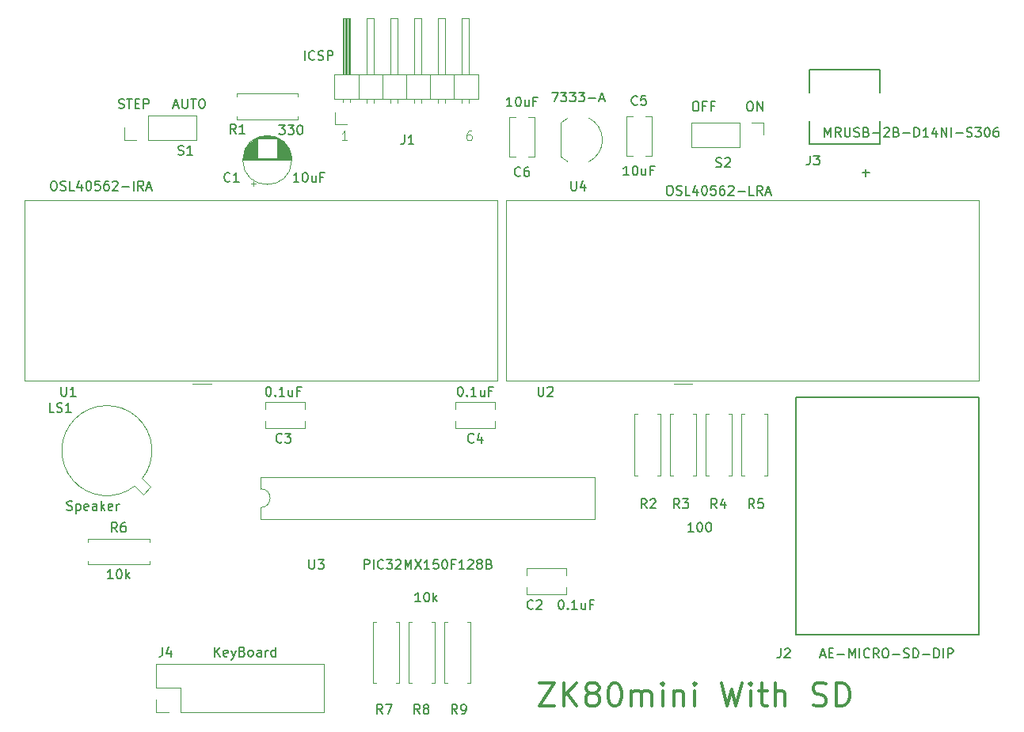
<source format=gto>
G04 #@! TF.GenerationSoftware,KiCad,Pcbnew,(5.1.9)-1*
G04 #@! TF.CreationDate,2022-05-03T11:16:20+09:00*
G04 #@! TF.ProjectId,ZK80,5a4b3830-2e6b-4696-9361-645f70636258,rev?*
G04 #@! TF.SameCoordinates,PX2625a00PY9896800*
G04 #@! TF.FileFunction,Legend,Top*
G04 #@! TF.FilePolarity,Positive*
%FSLAX46Y46*%
G04 Gerber Fmt 4.6, Leading zero omitted, Abs format (unit mm)*
G04 Created by KiCad (PCBNEW (5.1.9)-1) date 2022-05-03 11:16:20*
%MOMM*%
%LPD*%
G01*
G04 APERTURE LIST*
%ADD10C,0.100000*%
%ADD11C,0.300000*%
%ADD12C,0.120000*%
%ADD13C,0.150000*%
G04 APERTURE END LIST*
D10*
X46545476Y63412620D02*
X46355000Y63412620D01*
X46259761Y63365000D01*
X46212142Y63317381D01*
X46116904Y63174524D01*
X46069285Y62984048D01*
X46069285Y62603096D01*
X46116904Y62507858D01*
X46164523Y62460239D01*
X46259761Y62412620D01*
X46450238Y62412620D01*
X46545476Y62460239D01*
X46593095Y62507858D01*
X46640714Y62603096D01*
X46640714Y62841191D01*
X46593095Y62936429D01*
X46545476Y62984048D01*
X46450238Y63031667D01*
X46259761Y63031667D01*
X46164523Y62984048D01*
X46116904Y62936429D01*
X46069285Y62841191D01*
X33305714Y62412620D02*
X32734285Y62412620D01*
X33020000Y62412620D02*
X33020000Y63412620D01*
X32924761Y63269762D01*
X32829523Y63174524D01*
X32734285Y63126905D01*
D11*
X53818333Y4369048D02*
X55485000Y4369048D01*
X53818333Y1869048D01*
X55485000Y1869048D01*
X56437380Y1869048D02*
X56437380Y4369048D01*
X57865952Y1869048D02*
X56794523Y3297620D01*
X57865952Y4369048D02*
X56437380Y2940477D01*
X59294523Y3297620D02*
X59056428Y3416667D01*
X58937380Y3535715D01*
X58818333Y3773810D01*
X58818333Y3892858D01*
X58937380Y4130953D01*
X59056428Y4250000D01*
X59294523Y4369048D01*
X59770714Y4369048D01*
X60008809Y4250000D01*
X60127857Y4130953D01*
X60246904Y3892858D01*
X60246904Y3773810D01*
X60127857Y3535715D01*
X60008809Y3416667D01*
X59770714Y3297620D01*
X59294523Y3297620D01*
X59056428Y3178572D01*
X58937380Y3059524D01*
X58818333Y2821429D01*
X58818333Y2345239D01*
X58937380Y2107143D01*
X59056428Y1988096D01*
X59294523Y1869048D01*
X59770714Y1869048D01*
X60008809Y1988096D01*
X60127857Y2107143D01*
X60246904Y2345239D01*
X60246904Y2821429D01*
X60127857Y3059524D01*
X60008809Y3178572D01*
X59770714Y3297620D01*
X61794523Y4369048D02*
X62032619Y4369048D01*
X62270714Y4250000D01*
X62389761Y4130953D01*
X62508809Y3892858D01*
X62627857Y3416667D01*
X62627857Y2821429D01*
X62508809Y2345239D01*
X62389761Y2107143D01*
X62270714Y1988096D01*
X62032619Y1869048D01*
X61794523Y1869048D01*
X61556428Y1988096D01*
X61437380Y2107143D01*
X61318333Y2345239D01*
X61199285Y2821429D01*
X61199285Y3416667D01*
X61318333Y3892858D01*
X61437380Y4130953D01*
X61556428Y4250000D01*
X61794523Y4369048D01*
X63699285Y1869048D02*
X63699285Y3535715D01*
X63699285Y3297620D02*
X63818333Y3416667D01*
X64056428Y3535715D01*
X64413571Y3535715D01*
X64651666Y3416667D01*
X64770714Y3178572D01*
X64770714Y1869048D01*
X64770714Y3178572D02*
X64889761Y3416667D01*
X65127857Y3535715D01*
X65485000Y3535715D01*
X65723095Y3416667D01*
X65842142Y3178572D01*
X65842142Y1869048D01*
X67032619Y1869048D02*
X67032619Y3535715D01*
X67032619Y4369048D02*
X66913571Y4250000D01*
X67032619Y4130953D01*
X67151666Y4250000D01*
X67032619Y4369048D01*
X67032619Y4130953D01*
X68223095Y3535715D02*
X68223095Y1869048D01*
X68223095Y3297620D02*
X68342142Y3416667D01*
X68580238Y3535715D01*
X68937380Y3535715D01*
X69175476Y3416667D01*
X69294523Y3178572D01*
X69294523Y1869048D01*
X70485000Y1869048D02*
X70485000Y3535715D01*
X70485000Y4369048D02*
X70365952Y4250000D01*
X70485000Y4130953D01*
X70604047Y4250000D01*
X70485000Y4369048D01*
X70485000Y4130953D01*
X73342142Y4369048D02*
X73937380Y1869048D01*
X74413571Y3654762D01*
X74889761Y1869048D01*
X75485000Y4369048D01*
X76437380Y1869048D02*
X76437380Y3535715D01*
X76437380Y4369048D02*
X76318333Y4250000D01*
X76437380Y4130953D01*
X76556428Y4250000D01*
X76437380Y4369048D01*
X76437380Y4130953D01*
X77270714Y3535715D02*
X78223095Y3535715D01*
X77627857Y4369048D02*
X77627857Y2226191D01*
X77746904Y1988096D01*
X77985000Y1869048D01*
X78223095Y1869048D01*
X79056428Y1869048D02*
X79056428Y4369048D01*
X80127857Y1869048D02*
X80127857Y3178572D01*
X80008809Y3416667D01*
X79770714Y3535715D01*
X79413571Y3535715D01*
X79175476Y3416667D01*
X79056428Y3297620D01*
X83104047Y1988096D02*
X83461190Y1869048D01*
X84056428Y1869048D01*
X84294523Y1988096D01*
X84413571Y2107143D01*
X84532619Y2345239D01*
X84532619Y2583334D01*
X84413571Y2821429D01*
X84294523Y2940477D01*
X84056428Y3059524D01*
X83580238Y3178572D01*
X83342142Y3297620D01*
X83223095Y3416667D01*
X83104047Y3654762D01*
X83104047Y3892858D01*
X83223095Y4130953D01*
X83342142Y4250000D01*
X83580238Y4369048D01*
X84175476Y4369048D01*
X84532619Y4250000D01*
X85604047Y1869048D02*
X85604047Y4369048D01*
X86199285Y4369048D01*
X86556428Y4250000D01*
X86794523Y4011905D01*
X86913571Y3773810D01*
X87032619Y3297620D01*
X87032619Y2940477D01*
X86913571Y2464286D01*
X86794523Y2226191D01*
X86556428Y1988096D01*
X86199285Y1869048D01*
X85604047Y1869048D01*
D12*
X23040000Y57750225D02*
X23540000Y57750225D01*
X23290000Y57500225D02*
X23290000Y58000225D01*
X24481000Y62906000D02*
X25049000Y62906000D01*
X24247000Y62866000D02*
X25283000Y62866000D01*
X24088000Y62826000D02*
X25442000Y62826000D01*
X23960000Y62786000D02*
X25570000Y62786000D01*
X23850000Y62746000D02*
X25680000Y62746000D01*
X23754000Y62706000D02*
X25776000Y62706000D01*
X23667000Y62666000D02*
X25863000Y62666000D01*
X23587000Y62626000D02*
X25943000Y62626000D01*
X25805000Y62586000D02*
X26016000Y62586000D01*
X23514000Y62586000D02*
X23725000Y62586000D01*
X25805000Y62546000D02*
X26084000Y62546000D01*
X23446000Y62546000D02*
X23725000Y62546000D01*
X25805000Y62506000D02*
X26148000Y62506000D01*
X23382000Y62506000D02*
X23725000Y62506000D01*
X25805000Y62466000D02*
X26208000Y62466000D01*
X23322000Y62466000D02*
X23725000Y62466000D01*
X25805000Y62426000D02*
X26265000Y62426000D01*
X23265000Y62426000D02*
X23725000Y62426000D01*
X25805000Y62386000D02*
X26319000Y62386000D01*
X23211000Y62386000D02*
X23725000Y62386000D01*
X25805000Y62346000D02*
X26370000Y62346000D01*
X23160000Y62346000D02*
X23725000Y62346000D01*
X25805000Y62306000D02*
X26418000Y62306000D01*
X23112000Y62306000D02*
X23725000Y62306000D01*
X25805000Y62266000D02*
X26464000Y62266000D01*
X23066000Y62266000D02*
X23725000Y62266000D01*
X25805000Y62226000D02*
X26508000Y62226000D01*
X23022000Y62226000D02*
X23725000Y62226000D01*
X25805000Y62186000D02*
X26550000Y62186000D01*
X22980000Y62186000D02*
X23725000Y62186000D01*
X25805000Y62146000D02*
X26591000Y62146000D01*
X22939000Y62146000D02*
X23725000Y62146000D01*
X25805000Y62106000D02*
X26629000Y62106000D01*
X22901000Y62106000D02*
X23725000Y62106000D01*
X25805000Y62066000D02*
X26666000Y62066000D01*
X22864000Y62066000D02*
X23725000Y62066000D01*
X25805000Y62026000D02*
X26702000Y62026000D01*
X22828000Y62026000D02*
X23725000Y62026000D01*
X25805000Y61986000D02*
X26736000Y61986000D01*
X22794000Y61986000D02*
X23725000Y61986000D01*
X25805000Y61946000D02*
X26769000Y61946000D01*
X22761000Y61946000D02*
X23725000Y61946000D01*
X25805000Y61906000D02*
X26800000Y61906000D01*
X22730000Y61906000D02*
X23725000Y61906000D01*
X25805000Y61866000D02*
X26830000Y61866000D01*
X22700000Y61866000D02*
X23725000Y61866000D01*
X25805000Y61826000D02*
X26860000Y61826000D01*
X22670000Y61826000D02*
X23725000Y61826000D01*
X25805000Y61786000D02*
X26887000Y61786000D01*
X22643000Y61786000D02*
X23725000Y61786000D01*
X25805000Y61746000D02*
X26914000Y61746000D01*
X22616000Y61746000D02*
X23725000Y61746000D01*
X25805000Y61706000D02*
X26940000Y61706000D01*
X22590000Y61706000D02*
X23725000Y61706000D01*
X25805000Y61666000D02*
X26965000Y61666000D01*
X22565000Y61666000D02*
X23725000Y61666000D01*
X25805000Y61626000D02*
X26989000Y61626000D01*
X22541000Y61626000D02*
X23725000Y61626000D01*
X25805000Y61586000D02*
X27012000Y61586000D01*
X22518000Y61586000D02*
X23725000Y61586000D01*
X25805000Y61546000D02*
X27033000Y61546000D01*
X22497000Y61546000D02*
X23725000Y61546000D01*
X25805000Y61506000D02*
X27055000Y61506000D01*
X22475000Y61506000D02*
X23725000Y61506000D01*
X25805000Y61466000D02*
X27075000Y61466000D01*
X22455000Y61466000D02*
X23725000Y61466000D01*
X25805000Y61426000D02*
X27094000Y61426000D01*
X22436000Y61426000D02*
X23725000Y61426000D01*
X25805000Y61386000D02*
X27113000Y61386000D01*
X22417000Y61386000D02*
X23725000Y61386000D01*
X25805000Y61346000D02*
X27130000Y61346000D01*
X22400000Y61346000D02*
X23725000Y61346000D01*
X25805000Y61306000D02*
X27147000Y61306000D01*
X22383000Y61306000D02*
X23725000Y61306000D01*
X25805000Y61266000D02*
X27163000Y61266000D01*
X22367000Y61266000D02*
X23725000Y61266000D01*
X25805000Y61226000D02*
X27179000Y61226000D01*
X22351000Y61226000D02*
X23725000Y61226000D01*
X25805000Y61186000D02*
X27193000Y61186000D01*
X22337000Y61186000D02*
X23725000Y61186000D01*
X25805000Y61146000D02*
X27207000Y61146000D01*
X22323000Y61146000D02*
X23725000Y61146000D01*
X25805000Y61106000D02*
X27220000Y61106000D01*
X22310000Y61106000D02*
X23725000Y61106000D01*
X25805000Y61066000D02*
X27233000Y61066000D01*
X22297000Y61066000D02*
X23725000Y61066000D01*
X25805000Y61026000D02*
X27245000Y61026000D01*
X22285000Y61026000D02*
X23725000Y61026000D01*
X25805000Y60985000D02*
X27256000Y60985000D01*
X22274000Y60985000D02*
X23725000Y60985000D01*
X25805000Y60945000D02*
X27266000Y60945000D01*
X22264000Y60945000D02*
X23725000Y60945000D01*
X25805000Y60905000D02*
X27276000Y60905000D01*
X22254000Y60905000D02*
X23725000Y60905000D01*
X25805000Y60865000D02*
X27285000Y60865000D01*
X22245000Y60865000D02*
X23725000Y60865000D01*
X25805000Y60825000D02*
X27293000Y60825000D01*
X22237000Y60825000D02*
X23725000Y60825000D01*
X25805000Y60785000D02*
X27301000Y60785000D01*
X22229000Y60785000D02*
X23725000Y60785000D01*
X25805000Y60745000D02*
X27308000Y60745000D01*
X22222000Y60745000D02*
X23725000Y60745000D01*
X25805000Y60705000D02*
X27315000Y60705000D01*
X22215000Y60705000D02*
X23725000Y60705000D01*
X25805000Y60665000D02*
X27321000Y60665000D01*
X22209000Y60665000D02*
X23725000Y60665000D01*
X25805000Y60625000D02*
X27326000Y60625000D01*
X22204000Y60625000D02*
X23725000Y60625000D01*
X25805000Y60585000D02*
X27330000Y60585000D01*
X22200000Y60585000D02*
X23725000Y60585000D01*
X25805000Y60545000D02*
X27334000Y60545000D01*
X22196000Y60545000D02*
X23725000Y60545000D01*
X22192000Y60505000D02*
X27338000Y60505000D01*
X22189000Y60465000D02*
X27341000Y60465000D01*
X22187000Y60425000D02*
X27343000Y60425000D01*
X22186000Y60385000D02*
X27344000Y60385000D01*
X22185000Y60345000D02*
X27345000Y60345000D01*
X22185000Y60305000D02*
X27345000Y60305000D01*
X27385000Y60305000D02*
G75*
G03*
X27385000Y60305000I-2620000J0D01*
G01*
X56710000Y14575000D02*
X56710000Y13870000D01*
X56710000Y16610000D02*
X56710000Y15905000D01*
X52470000Y14575000D02*
X52470000Y13870000D01*
X52470000Y16610000D02*
X52470000Y15905000D01*
X52470000Y13870000D02*
X56710000Y13870000D01*
X52470000Y16610000D02*
X56710000Y16610000D01*
X24530000Y34390000D02*
X28770000Y34390000D01*
X24530000Y31650000D02*
X28770000Y31650000D01*
X24530000Y34390000D02*
X24530000Y33685000D01*
X24530000Y32355000D02*
X24530000Y31650000D01*
X28770000Y34390000D02*
X28770000Y33685000D01*
X28770000Y32355000D02*
X28770000Y31650000D01*
X49090000Y32355000D02*
X49090000Y31650000D01*
X49090000Y34390000D02*
X49090000Y33685000D01*
X44850000Y32355000D02*
X44850000Y31650000D01*
X44850000Y34390000D02*
X44850000Y33685000D01*
X44850000Y31650000D02*
X49090000Y31650000D01*
X44850000Y34390000D02*
X49090000Y34390000D01*
X65870000Y65005000D02*
X65870000Y60765000D01*
X63130000Y65005000D02*
X63130000Y60765000D01*
X65870000Y65005000D02*
X65165000Y65005000D01*
X63835000Y65005000D02*
X63130000Y65005000D01*
X65870000Y60765000D02*
X65165000Y60765000D01*
X63835000Y60765000D02*
X63130000Y60765000D01*
X52665000Y64870000D02*
X53370000Y64870000D01*
X50630000Y64870000D02*
X51335000Y64870000D01*
X52665000Y60630000D02*
X53370000Y60630000D01*
X50630000Y60630000D02*
X51335000Y60630000D01*
X53370000Y60630000D02*
X53370000Y64870000D01*
X50630000Y60630000D02*
X50630000Y64870000D01*
X32004000Y64135000D02*
X32004000Y65405000D01*
X33274000Y64135000D02*
X32004000Y64135000D01*
X46354000Y66447929D02*
X46354000Y66845000D01*
X45594000Y66447929D02*
X45594000Y66845000D01*
X46354000Y75505000D02*
X46354000Y69505000D01*
X45594000Y75505000D02*
X46354000Y75505000D01*
X45594000Y69505000D02*
X45594000Y75505000D01*
X44704000Y66845000D02*
X44704000Y69505000D01*
X43814000Y66447929D02*
X43814000Y66845000D01*
X43054000Y66447929D02*
X43054000Y66845000D01*
X43814000Y75505000D02*
X43814000Y69505000D01*
X43054000Y75505000D02*
X43814000Y75505000D01*
X43054000Y69505000D02*
X43054000Y75505000D01*
X42164000Y66845000D02*
X42164000Y69505000D01*
X41274000Y66447929D02*
X41274000Y66845000D01*
X40514000Y66447929D02*
X40514000Y66845000D01*
X41274000Y75505000D02*
X41274000Y69505000D01*
X40514000Y75505000D02*
X41274000Y75505000D01*
X40514000Y69505000D02*
X40514000Y75505000D01*
X39624000Y66845000D02*
X39624000Y69505000D01*
X38734000Y66447929D02*
X38734000Y66845000D01*
X37974000Y66447929D02*
X37974000Y66845000D01*
X38734000Y75505000D02*
X38734000Y69505000D01*
X37974000Y75505000D02*
X38734000Y75505000D01*
X37974000Y69505000D02*
X37974000Y75505000D01*
X37084000Y66845000D02*
X37084000Y69505000D01*
X36194000Y66447929D02*
X36194000Y66845000D01*
X35434000Y66447929D02*
X35434000Y66845000D01*
X36194000Y75505000D02*
X36194000Y69505000D01*
X35434000Y75505000D02*
X36194000Y75505000D01*
X35434000Y69505000D02*
X35434000Y75505000D01*
X34544000Y66845000D02*
X34544000Y69505000D01*
X33654000Y66515000D02*
X33654000Y66845000D01*
X32894000Y66515000D02*
X32894000Y66845000D01*
X33554000Y69505000D02*
X33554000Y75505000D01*
X33434000Y69505000D02*
X33434000Y75505000D01*
X33314000Y69505000D02*
X33314000Y75505000D01*
X33194000Y69505000D02*
X33194000Y75505000D01*
X33074000Y69505000D02*
X33074000Y75505000D01*
X32954000Y69505000D02*
X32954000Y75505000D01*
X33654000Y75505000D02*
X33654000Y69505000D01*
X32894000Y75505000D02*
X33654000Y75505000D01*
X32894000Y69505000D02*
X32894000Y75505000D01*
X31944000Y69505000D02*
X31944000Y66845000D01*
X47304000Y69505000D02*
X31944000Y69505000D01*
X47304000Y66845000D02*
X47304000Y69505000D01*
X31944000Y66845000D02*
X47304000Y66845000D01*
D13*
X81280000Y9525000D02*
X81280000Y34925000D01*
X100838000Y34925000D02*
X100838000Y9525000D01*
X81280000Y9525000D02*
X100838000Y9525000D01*
X81280000Y34925000D02*
X100838000Y34925000D01*
X82750000Y67500000D02*
X82750000Y70000000D01*
X82750000Y64500000D02*
X82750000Y62000000D01*
X90250000Y64500000D02*
X90250000Y62000000D01*
X90250000Y67500000D02*
X90250000Y70000000D01*
X90250000Y70000000D02*
X82750000Y70000000D01*
X82750000Y62000000D02*
X90250000Y62000000D01*
D12*
X12894000Y1210000D02*
X12894000Y2540000D01*
X14224000Y1210000D02*
X12894000Y1210000D01*
X12894000Y3810000D02*
X12894000Y6410000D01*
X15494000Y3810000D02*
X12894000Y3810000D01*
X15494000Y1210000D02*
X15494000Y3810000D01*
X12894000Y6410000D02*
X30794000Y6410000D01*
X15494000Y1210000D02*
X30794000Y1210000D01*
X30794000Y1210000D02*
X30794000Y6410000D01*
X12285856Y25321961D02*
X11394902Y26212916D01*
X11508039Y24544144D02*
X12285856Y25321961D01*
X10617084Y25435098D02*
X11508039Y24544144D01*
X11394674Y26212629D02*
G75*
G03*
X10617084Y25435098I-3774674J2997371D01*
G01*
X28035000Y64670000D02*
X28035000Y65000000D01*
X21495000Y64670000D02*
X28035000Y64670000D01*
X21495000Y65000000D02*
X21495000Y64670000D01*
X28035000Y67410000D02*
X28035000Y67080000D01*
X21495000Y67410000D02*
X28035000Y67410000D01*
X21495000Y67080000D02*
X21495000Y67410000D01*
X64365000Y26575000D02*
X64035000Y26575000D01*
X64035000Y26575000D02*
X64035000Y33115000D01*
X64035000Y33115000D02*
X64365000Y33115000D01*
X66445000Y26575000D02*
X66775000Y26575000D01*
X66775000Y26575000D02*
X66775000Y33115000D01*
X66775000Y33115000D02*
X66445000Y33115000D01*
X70585000Y33115000D02*
X70255000Y33115000D01*
X70585000Y26575000D02*
X70585000Y33115000D01*
X70255000Y26575000D02*
X70585000Y26575000D01*
X67845000Y33115000D02*
X68175000Y33115000D01*
X67845000Y26575000D02*
X67845000Y33115000D01*
X68175000Y26575000D02*
X67845000Y26575000D01*
X71985000Y26575000D02*
X71655000Y26575000D01*
X71655000Y26575000D02*
X71655000Y33115000D01*
X71655000Y33115000D02*
X71985000Y33115000D01*
X74065000Y26575000D02*
X74395000Y26575000D01*
X74395000Y26575000D02*
X74395000Y33115000D01*
X74395000Y33115000D02*
X74065000Y33115000D01*
X78205000Y33115000D02*
X77875000Y33115000D01*
X78205000Y26575000D02*
X78205000Y33115000D01*
X77875000Y26575000D02*
X78205000Y26575000D01*
X75465000Y33115000D02*
X75795000Y33115000D01*
X75465000Y26575000D02*
X75465000Y33115000D01*
X75795000Y26575000D02*
X75465000Y26575000D01*
X5620000Y19785000D02*
X5620000Y19455000D01*
X12160000Y19785000D02*
X5620000Y19785000D01*
X12160000Y19455000D02*
X12160000Y19785000D01*
X5620000Y17045000D02*
X5620000Y17375000D01*
X12160000Y17045000D02*
X5620000Y17045000D01*
X12160000Y17375000D02*
X12160000Y17045000D01*
X38505000Y10890000D02*
X38835000Y10890000D01*
X38835000Y10890000D02*
X38835000Y4350000D01*
X38835000Y4350000D02*
X38505000Y4350000D01*
X36425000Y10890000D02*
X36095000Y10890000D01*
X36095000Y10890000D02*
X36095000Y4350000D01*
X36095000Y4350000D02*
X36425000Y4350000D01*
X39905000Y4350000D02*
X40235000Y4350000D01*
X39905000Y10890000D02*
X39905000Y4350000D01*
X40235000Y10890000D02*
X39905000Y10890000D01*
X42645000Y4350000D02*
X42315000Y4350000D01*
X42645000Y10890000D02*
X42645000Y4350000D01*
X42315000Y10890000D02*
X42645000Y10890000D01*
X46125000Y10890000D02*
X46455000Y10890000D01*
X46455000Y10890000D02*
X46455000Y4350000D01*
X46455000Y4350000D02*
X46125000Y4350000D01*
X44045000Y10890000D02*
X43715000Y10890000D01*
X43715000Y10890000D02*
X43715000Y4350000D01*
X43715000Y4350000D02*
X44045000Y4350000D01*
X17205000Y62424000D02*
X17205000Y65084000D01*
X12065000Y62424000D02*
X17205000Y62424000D01*
X12065000Y65084000D02*
X17205000Y65084000D01*
X12065000Y62424000D02*
X12065000Y65084000D01*
X10795000Y62424000D02*
X9465000Y62424000D01*
X9465000Y62424000D02*
X9465000Y63754000D01*
X77830000Y64330000D02*
X77830000Y63000000D01*
X76500000Y64330000D02*
X77830000Y64330000D01*
X75230000Y64330000D02*
X75230000Y61670000D01*
X75230000Y61670000D02*
X70090000Y61670000D01*
X75230000Y64330000D02*
X70090000Y64330000D01*
X70090000Y64330000D02*
X70090000Y61670000D01*
X-1140000Y36735000D02*
X-1140000Y55975000D01*
X-1140000Y36735000D02*
X49400000Y36735000D01*
X49400000Y36735000D02*
X49400000Y55975000D01*
X49400000Y55975000D02*
X-1140000Y55975000D01*
X16780000Y36355000D02*
X18780000Y36355000D01*
X68215000Y36355000D02*
X70215000Y36355000D01*
X100835000Y55975000D02*
X50295000Y55975000D01*
X100835000Y36735000D02*
X100835000Y55975000D01*
X50295000Y36735000D02*
X100835000Y36735000D01*
X50295000Y36735000D02*
X50295000Y55975000D01*
X24070000Y26380000D02*
X24070000Y25130000D01*
X59750000Y26380000D02*
X24070000Y26380000D01*
X59750000Y21880000D02*
X59750000Y26380000D01*
X24070000Y21880000D02*
X59750000Y21880000D01*
X24070000Y23130000D02*
X24070000Y21880000D01*
X24070000Y25130000D02*
G75*
G02*
X24070000Y23130000I0J-1000000D01*
G01*
X56150000Y64260000D02*
X56150000Y60660000D01*
X56877205Y64784184D02*
G75*
G03*
X56150000Y64260000I1122795J-2324184D01*
G01*
X59098807Y64816400D02*
G75*
G02*
X60600000Y62460000I-1098807J-2356400D01*
G01*
X59098807Y60103600D02*
G75*
G03*
X60600000Y62460000I-1098807J2356400D01*
G01*
X56877205Y60135816D02*
G75*
G02*
X56150000Y60660000I1122795J2324184D01*
G01*
D13*
X20788333Y58062858D02*
X20740714Y58015239D01*
X20597857Y57967620D01*
X20502619Y57967620D01*
X20359761Y58015239D01*
X20264523Y58110477D01*
X20216904Y58205715D01*
X20169285Y58396191D01*
X20169285Y58539048D01*
X20216904Y58729524D01*
X20264523Y58824762D01*
X20359761Y58920000D01*
X20502619Y58967620D01*
X20597857Y58967620D01*
X20740714Y58920000D01*
X20788333Y58872381D01*
X21740714Y57967620D02*
X21169285Y57967620D01*
X21455000Y57967620D02*
X21455000Y58967620D01*
X21359761Y58824762D01*
X21264523Y58729524D01*
X21169285Y58681905D01*
X28138571Y57967620D02*
X27567142Y57967620D01*
X27852857Y57967620D02*
X27852857Y58967620D01*
X27757619Y58824762D01*
X27662380Y58729524D01*
X27567142Y58681905D01*
X28757619Y58967620D02*
X28852857Y58967620D01*
X28948095Y58920000D01*
X28995714Y58872381D01*
X29043333Y58777143D01*
X29090952Y58586667D01*
X29090952Y58348572D01*
X29043333Y58158096D01*
X28995714Y58062858D01*
X28948095Y58015239D01*
X28852857Y57967620D01*
X28757619Y57967620D01*
X28662380Y58015239D01*
X28614761Y58062858D01*
X28567142Y58158096D01*
X28519523Y58348572D01*
X28519523Y58586667D01*
X28567142Y58777143D01*
X28614761Y58872381D01*
X28662380Y58920000D01*
X28757619Y58967620D01*
X29948095Y58634286D02*
X29948095Y57967620D01*
X29519523Y58634286D02*
X29519523Y58110477D01*
X29567142Y58015239D01*
X29662380Y57967620D01*
X29805238Y57967620D01*
X29900476Y58015239D01*
X29948095Y58062858D01*
X30757619Y58491429D02*
X30424285Y58491429D01*
X30424285Y57967620D02*
X30424285Y58967620D01*
X30900476Y58967620D01*
X53173333Y12342858D02*
X53125714Y12295239D01*
X52982857Y12247620D01*
X52887619Y12247620D01*
X52744761Y12295239D01*
X52649523Y12390477D01*
X52601904Y12485715D01*
X52554285Y12676191D01*
X52554285Y12819048D01*
X52601904Y13009524D01*
X52649523Y13104762D01*
X52744761Y13200000D01*
X52887619Y13247620D01*
X52982857Y13247620D01*
X53125714Y13200000D01*
X53173333Y13152381D01*
X53554285Y13152381D02*
X53601904Y13200000D01*
X53697142Y13247620D01*
X53935238Y13247620D01*
X54030476Y13200000D01*
X54078095Y13152381D01*
X54125714Y13057143D01*
X54125714Y12961905D01*
X54078095Y12819048D01*
X53506666Y12247620D01*
X54125714Y12247620D01*
X56142142Y13247620D02*
X56237380Y13247620D01*
X56332619Y13200000D01*
X56380238Y13152381D01*
X56427857Y13057143D01*
X56475476Y12866667D01*
X56475476Y12628572D01*
X56427857Y12438096D01*
X56380238Y12342858D01*
X56332619Y12295239D01*
X56237380Y12247620D01*
X56142142Y12247620D01*
X56046904Y12295239D01*
X55999285Y12342858D01*
X55951666Y12438096D01*
X55904047Y12628572D01*
X55904047Y12866667D01*
X55951666Y13057143D01*
X55999285Y13152381D01*
X56046904Y13200000D01*
X56142142Y13247620D01*
X56904047Y12342858D02*
X56951666Y12295239D01*
X56904047Y12247620D01*
X56856428Y12295239D01*
X56904047Y12342858D01*
X56904047Y12247620D01*
X57904047Y12247620D02*
X57332619Y12247620D01*
X57618333Y12247620D02*
X57618333Y13247620D01*
X57523095Y13104762D01*
X57427857Y13009524D01*
X57332619Y12961905D01*
X58761190Y12914286D02*
X58761190Y12247620D01*
X58332619Y12914286D02*
X58332619Y12390477D01*
X58380238Y12295239D01*
X58475476Y12247620D01*
X58618333Y12247620D01*
X58713571Y12295239D01*
X58761190Y12342858D01*
X59570714Y12771429D02*
X59237380Y12771429D01*
X59237380Y12247620D02*
X59237380Y13247620D01*
X59713571Y13247620D01*
X26333333Y30142858D02*
X26285714Y30095239D01*
X26142857Y30047620D01*
X26047619Y30047620D01*
X25904761Y30095239D01*
X25809523Y30190477D01*
X25761904Y30285715D01*
X25714285Y30476191D01*
X25714285Y30619048D01*
X25761904Y30809524D01*
X25809523Y30904762D01*
X25904761Y31000000D01*
X26047619Y31047620D01*
X26142857Y31047620D01*
X26285714Y31000000D01*
X26333333Y30952381D01*
X26666666Y31047620D02*
X27285714Y31047620D01*
X26952380Y30666667D01*
X27095238Y30666667D01*
X27190476Y30619048D01*
X27238095Y30571429D01*
X27285714Y30476191D01*
X27285714Y30238096D01*
X27238095Y30142858D01*
X27190476Y30095239D01*
X27095238Y30047620D01*
X26809523Y30047620D01*
X26714285Y30095239D01*
X26666666Y30142858D01*
X24857142Y36047620D02*
X24952380Y36047620D01*
X25047619Y36000000D01*
X25095238Y35952381D01*
X25142857Y35857143D01*
X25190476Y35666667D01*
X25190476Y35428572D01*
X25142857Y35238096D01*
X25095238Y35142858D01*
X25047619Y35095239D01*
X24952380Y35047620D01*
X24857142Y35047620D01*
X24761904Y35095239D01*
X24714285Y35142858D01*
X24666666Y35238096D01*
X24619047Y35428572D01*
X24619047Y35666667D01*
X24666666Y35857143D01*
X24714285Y35952381D01*
X24761904Y36000000D01*
X24857142Y36047620D01*
X25619047Y35142858D02*
X25666666Y35095239D01*
X25619047Y35047620D01*
X25571428Y35095239D01*
X25619047Y35142858D01*
X25619047Y35047620D01*
X26619047Y35047620D02*
X26047619Y35047620D01*
X26333333Y35047620D02*
X26333333Y36047620D01*
X26238095Y35904762D01*
X26142857Y35809524D01*
X26047619Y35761905D01*
X27476190Y35714286D02*
X27476190Y35047620D01*
X27047619Y35714286D02*
X27047619Y35190477D01*
X27095238Y35095239D01*
X27190476Y35047620D01*
X27333333Y35047620D01*
X27428571Y35095239D01*
X27476190Y35142858D01*
X28285714Y35571429D02*
X27952380Y35571429D01*
X27952380Y35047620D02*
X27952380Y36047620D01*
X28428571Y36047620D01*
X46833333Y30142858D02*
X46785714Y30095239D01*
X46642857Y30047620D01*
X46547619Y30047620D01*
X46404761Y30095239D01*
X46309523Y30190477D01*
X46261904Y30285715D01*
X46214285Y30476191D01*
X46214285Y30619048D01*
X46261904Y30809524D01*
X46309523Y30904762D01*
X46404761Y31000000D01*
X46547619Y31047620D01*
X46642857Y31047620D01*
X46785714Y31000000D01*
X46833333Y30952381D01*
X47690476Y30714286D02*
X47690476Y30047620D01*
X47452380Y31095239D02*
X47214285Y30380953D01*
X47833333Y30380953D01*
X45357142Y36047620D02*
X45452380Y36047620D01*
X45547619Y36000000D01*
X45595238Y35952381D01*
X45642857Y35857143D01*
X45690476Y35666667D01*
X45690476Y35428572D01*
X45642857Y35238096D01*
X45595238Y35142858D01*
X45547619Y35095239D01*
X45452380Y35047620D01*
X45357142Y35047620D01*
X45261904Y35095239D01*
X45214285Y35142858D01*
X45166666Y35238096D01*
X45119047Y35428572D01*
X45119047Y35666667D01*
X45166666Y35857143D01*
X45214285Y35952381D01*
X45261904Y36000000D01*
X45357142Y36047620D01*
X46119047Y35142858D02*
X46166666Y35095239D01*
X46119047Y35047620D01*
X46071428Y35095239D01*
X46119047Y35142858D01*
X46119047Y35047620D01*
X47119047Y35047620D02*
X46547619Y35047620D01*
X46833333Y35047620D02*
X46833333Y36047620D01*
X46738095Y35904762D01*
X46642857Y35809524D01*
X46547619Y35761905D01*
X47976190Y35714286D02*
X47976190Y35047620D01*
X47547619Y35714286D02*
X47547619Y35190477D01*
X47595238Y35095239D01*
X47690476Y35047620D01*
X47833333Y35047620D01*
X47928571Y35095239D01*
X47976190Y35142858D01*
X48785714Y35571429D02*
X48452380Y35571429D01*
X48452380Y35047620D02*
X48452380Y36047620D01*
X48928571Y36047620D01*
X64333333Y66277858D02*
X64285714Y66230239D01*
X64142857Y66182620D01*
X64047619Y66182620D01*
X63904761Y66230239D01*
X63809523Y66325477D01*
X63761904Y66420715D01*
X63714285Y66611191D01*
X63714285Y66754048D01*
X63761904Y66944524D01*
X63809523Y67039762D01*
X63904761Y67135000D01*
X64047619Y67182620D01*
X64142857Y67182620D01*
X64285714Y67135000D01*
X64333333Y67087381D01*
X65238095Y67182620D02*
X64761904Y67182620D01*
X64714285Y66706429D01*
X64761904Y66754048D01*
X64857142Y66801667D01*
X65095238Y66801667D01*
X65190476Y66754048D01*
X65238095Y66706429D01*
X65285714Y66611191D01*
X65285714Y66373096D01*
X65238095Y66277858D01*
X65190476Y66230239D01*
X65095238Y66182620D01*
X64857142Y66182620D01*
X64761904Y66230239D01*
X64714285Y66277858D01*
X63428571Y58682620D02*
X62857142Y58682620D01*
X63142857Y58682620D02*
X63142857Y59682620D01*
X63047619Y59539762D01*
X62952380Y59444524D01*
X62857142Y59396905D01*
X64047619Y59682620D02*
X64142857Y59682620D01*
X64238095Y59635000D01*
X64285714Y59587381D01*
X64333333Y59492143D01*
X64380952Y59301667D01*
X64380952Y59063572D01*
X64333333Y58873096D01*
X64285714Y58777858D01*
X64238095Y58730239D01*
X64142857Y58682620D01*
X64047619Y58682620D01*
X63952380Y58730239D01*
X63904761Y58777858D01*
X63857142Y58873096D01*
X63809523Y59063572D01*
X63809523Y59301667D01*
X63857142Y59492143D01*
X63904761Y59587381D01*
X63952380Y59635000D01*
X64047619Y59682620D01*
X65238095Y59349286D02*
X65238095Y58682620D01*
X64809523Y59349286D02*
X64809523Y58825477D01*
X64857142Y58730239D01*
X64952380Y58682620D01*
X65095238Y58682620D01*
X65190476Y58730239D01*
X65238095Y58777858D01*
X66047619Y59206429D02*
X65714285Y59206429D01*
X65714285Y58682620D02*
X65714285Y59682620D01*
X66190476Y59682620D01*
X51833333Y58642858D02*
X51785714Y58595239D01*
X51642857Y58547620D01*
X51547619Y58547620D01*
X51404761Y58595239D01*
X51309523Y58690477D01*
X51261904Y58785715D01*
X51214285Y58976191D01*
X51214285Y59119048D01*
X51261904Y59309524D01*
X51309523Y59404762D01*
X51404761Y59500000D01*
X51547619Y59547620D01*
X51642857Y59547620D01*
X51785714Y59500000D01*
X51833333Y59452381D01*
X52690476Y59547620D02*
X52500000Y59547620D01*
X52404761Y59500000D01*
X52357142Y59452381D01*
X52261904Y59309524D01*
X52214285Y59119048D01*
X52214285Y58738096D01*
X52261904Y58642858D01*
X52309523Y58595239D01*
X52404761Y58547620D01*
X52595238Y58547620D01*
X52690476Y58595239D01*
X52738095Y58642858D01*
X52785714Y58738096D01*
X52785714Y58976191D01*
X52738095Y59071429D01*
X52690476Y59119048D01*
X52595238Y59166667D01*
X52404761Y59166667D01*
X52309523Y59119048D01*
X52261904Y59071429D01*
X52214285Y58976191D01*
X50928571Y66047620D02*
X50357142Y66047620D01*
X50642857Y66047620D02*
X50642857Y67047620D01*
X50547619Y66904762D01*
X50452380Y66809524D01*
X50357142Y66761905D01*
X51547619Y67047620D02*
X51642857Y67047620D01*
X51738095Y67000000D01*
X51785714Y66952381D01*
X51833333Y66857143D01*
X51880952Y66666667D01*
X51880952Y66428572D01*
X51833333Y66238096D01*
X51785714Y66142858D01*
X51738095Y66095239D01*
X51642857Y66047620D01*
X51547619Y66047620D01*
X51452380Y66095239D01*
X51404761Y66142858D01*
X51357142Y66238096D01*
X51309523Y66428572D01*
X51309523Y66666667D01*
X51357142Y66857143D01*
X51404761Y66952381D01*
X51452380Y67000000D01*
X51547619Y67047620D01*
X52738095Y66714286D02*
X52738095Y66047620D01*
X52309523Y66714286D02*
X52309523Y66190477D01*
X52357142Y66095239D01*
X52452380Y66047620D01*
X52595238Y66047620D01*
X52690476Y66095239D01*
X52738095Y66142858D01*
X53547619Y66571429D02*
X53214285Y66571429D01*
X53214285Y66047620D02*
X53214285Y67047620D01*
X53690476Y67047620D01*
X39420666Y62992620D02*
X39420666Y62278334D01*
X39373047Y62135477D01*
X39277809Y62040239D01*
X39134952Y61992620D01*
X39039714Y61992620D01*
X40420666Y61992620D02*
X39849238Y61992620D01*
X40134952Y61992620D02*
X40134952Y62992620D01*
X40039714Y62849762D01*
X39944476Y62754524D01*
X39849238Y62706905D01*
X28777809Y70992620D02*
X28777809Y71992620D01*
X29825428Y71087858D02*
X29777809Y71040239D01*
X29634952Y70992620D01*
X29539714Y70992620D01*
X29396857Y71040239D01*
X29301619Y71135477D01*
X29254000Y71230715D01*
X29206380Y71421191D01*
X29206380Y71564048D01*
X29254000Y71754524D01*
X29301619Y71849762D01*
X29396857Y71945000D01*
X29539714Y71992620D01*
X29634952Y71992620D01*
X29777809Y71945000D01*
X29825428Y71897381D01*
X30206380Y71040239D02*
X30349238Y70992620D01*
X30587333Y70992620D01*
X30682571Y71040239D01*
X30730190Y71087858D01*
X30777809Y71183096D01*
X30777809Y71278334D01*
X30730190Y71373572D01*
X30682571Y71421191D01*
X30587333Y71468810D01*
X30396857Y71516429D01*
X30301619Y71564048D01*
X30254000Y71611667D01*
X30206380Y71706905D01*
X30206380Y71802143D01*
X30254000Y71897381D01*
X30301619Y71945000D01*
X30396857Y71992620D01*
X30634952Y71992620D01*
X30777809Y71945000D01*
X31206380Y70992620D02*
X31206380Y71992620D01*
X31587333Y71992620D01*
X31682571Y71945000D01*
X31730190Y71897381D01*
X31777809Y71802143D01*
X31777809Y71659286D01*
X31730190Y71564048D01*
X31682571Y71516429D01*
X31587333Y71468810D01*
X31206380Y71468810D01*
X79666666Y8047620D02*
X79666666Y7333334D01*
X79619047Y7190477D01*
X79523809Y7095239D01*
X79380952Y7047620D01*
X79285714Y7047620D01*
X80095238Y7952381D02*
X80142857Y8000000D01*
X80238095Y8047620D01*
X80476190Y8047620D01*
X80571428Y8000000D01*
X80619047Y7952381D01*
X80666666Y7857143D01*
X80666666Y7761905D01*
X80619047Y7619048D01*
X80047619Y7047620D01*
X80666666Y7047620D01*
X83904761Y7333334D02*
X84380952Y7333334D01*
X83809523Y7047620D02*
X84142857Y8047620D01*
X84476190Y7047620D01*
X84809523Y7571429D02*
X85142857Y7571429D01*
X85285714Y7047620D02*
X84809523Y7047620D01*
X84809523Y8047620D01*
X85285714Y8047620D01*
X85714285Y7428572D02*
X86476190Y7428572D01*
X86952380Y7047620D02*
X86952380Y8047620D01*
X87285714Y7333334D01*
X87619047Y8047620D01*
X87619047Y7047620D01*
X88095238Y7047620D02*
X88095238Y8047620D01*
X89142857Y7142858D02*
X89095238Y7095239D01*
X88952380Y7047620D01*
X88857142Y7047620D01*
X88714285Y7095239D01*
X88619047Y7190477D01*
X88571428Y7285715D01*
X88523809Y7476191D01*
X88523809Y7619048D01*
X88571428Y7809524D01*
X88619047Y7904762D01*
X88714285Y8000000D01*
X88857142Y8047620D01*
X88952380Y8047620D01*
X89095238Y8000000D01*
X89142857Y7952381D01*
X90142857Y7047620D02*
X89809523Y7523810D01*
X89571428Y7047620D02*
X89571428Y8047620D01*
X89952380Y8047620D01*
X90047619Y8000000D01*
X90095238Y7952381D01*
X90142857Y7857143D01*
X90142857Y7714286D01*
X90095238Y7619048D01*
X90047619Y7571429D01*
X89952380Y7523810D01*
X89571428Y7523810D01*
X90761904Y8047620D02*
X90952380Y8047620D01*
X91047619Y8000000D01*
X91142857Y7904762D01*
X91190476Y7714286D01*
X91190476Y7380953D01*
X91142857Y7190477D01*
X91047619Y7095239D01*
X90952380Y7047620D01*
X90761904Y7047620D01*
X90666666Y7095239D01*
X90571428Y7190477D01*
X90523809Y7380953D01*
X90523809Y7714286D01*
X90571428Y7904762D01*
X90666666Y8000000D01*
X90761904Y8047620D01*
X91619047Y7428572D02*
X92380952Y7428572D01*
X92809523Y7095239D02*
X92952380Y7047620D01*
X93190476Y7047620D01*
X93285714Y7095239D01*
X93333333Y7142858D01*
X93380952Y7238096D01*
X93380952Y7333334D01*
X93333333Y7428572D01*
X93285714Y7476191D01*
X93190476Y7523810D01*
X93000000Y7571429D01*
X92904761Y7619048D01*
X92857142Y7666667D01*
X92809523Y7761905D01*
X92809523Y7857143D01*
X92857142Y7952381D01*
X92904761Y8000000D01*
X93000000Y8047620D01*
X93238095Y8047620D01*
X93380952Y8000000D01*
X93809523Y7047620D02*
X93809523Y8047620D01*
X94047619Y8047620D01*
X94190476Y8000000D01*
X94285714Y7904762D01*
X94333333Y7809524D01*
X94380952Y7619048D01*
X94380952Y7476191D01*
X94333333Y7285715D01*
X94285714Y7190477D01*
X94190476Y7095239D01*
X94047619Y7047620D01*
X93809523Y7047620D01*
X94809523Y7428572D02*
X95571428Y7428572D01*
X96047619Y7047620D02*
X96047619Y8047620D01*
X96285714Y8047620D01*
X96428571Y8000000D01*
X96523809Y7904762D01*
X96571428Y7809524D01*
X96619047Y7619048D01*
X96619047Y7476191D01*
X96571428Y7285715D01*
X96523809Y7190477D01*
X96428571Y7095239D01*
X96285714Y7047620D01*
X96047619Y7047620D01*
X97047619Y7047620D02*
X97047619Y8047620D01*
X97523809Y7047620D02*
X97523809Y8047620D01*
X97904761Y8047620D01*
X98000000Y8000000D01*
X98047619Y7952381D01*
X98095238Y7857143D01*
X98095238Y7714286D01*
X98047619Y7619048D01*
X98000000Y7571429D01*
X97904761Y7523810D01*
X97523809Y7523810D01*
X82806666Y60777620D02*
X82806666Y60063334D01*
X82759047Y59920477D01*
X82663809Y59825239D01*
X82520952Y59777620D01*
X82425714Y59777620D01*
X83187619Y60777620D02*
X83806666Y60777620D01*
X83473333Y60396667D01*
X83616190Y60396667D01*
X83711428Y60349048D01*
X83759047Y60301429D01*
X83806666Y60206191D01*
X83806666Y59968096D01*
X83759047Y59872858D01*
X83711428Y59825239D01*
X83616190Y59777620D01*
X83330476Y59777620D01*
X83235238Y59825239D01*
X83187619Y59872858D01*
X84354285Y62777620D02*
X84354285Y63777620D01*
X84687619Y63063334D01*
X85020952Y63777620D01*
X85020952Y62777620D01*
X86068571Y62777620D02*
X85735238Y63253810D01*
X85497142Y62777620D02*
X85497142Y63777620D01*
X85878095Y63777620D01*
X85973333Y63730000D01*
X86020952Y63682381D01*
X86068571Y63587143D01*
X86068571Y63444286D01*
X86020952Y63349048D01*
X85973333Y63301429D01*
X85878095Y63253810D01*
X85497142Y63253810D01*
X86497142Y63777620D02*
X86497142Y62968096D01*
X86544761Y62872858D01*
X86592380Y62825239D01*
X86687619Y62777620D01*
X86878095Y62777620D01*
X86973333Y62825239D01*
X87020952Y62872858D01*
X87068571Y62968096D01*
X87068571Y63777620D01*
X87497142Y62825239D02*
X87640000Y62777620D01*
X87878095Y62777620D01*
X87973333Y62825239D01*
X88020952Y62872858D01*
X88068571Y62968096D01*
X88068571Y63063334D01*
X88020952Y63158572D01*
X87973333Y63206191D01*
X87878095Y63253810D01*
X87687619Y63301429D01*
X87592380Y63349048D01*
X87544761Y63396667D01*
X87497142Y63491905D01*
X87497142Y63587143D01*
X87544761Y63682381D01*
X87592380Y63730000D01*
X87687619Y63777620D01*
X87925714Y63777620D01*
X88068571Y63730000D01*
X88830476Y63301429D02*
X88973333Y63253810D01*
X89020952Y63206191D01*
X89068571Y63110953D01*
X89068571Y62968096D01*
X89020952Y62872858D01*
X88973333Y62825239D01*
X88878095Y62777620D01*
X88497142Y62777620D01*
X88497142Y63777620D01*
X88830476Y63777620D01*
X88925714Y63730000D01*
X88973333Y63682381D01*
X89020952Y63587143D01*
X89020952Y63491905D01*
X88973333Y63396667D01*
X88925714Y63349048D01*
X88830476Y63301429D01*
X88497142Y63301429D01*
X89497142Y63158572D02*
X90259047Y63158572D01*
X90687619Y63682381D02*
X90735238Y63730000D01*
X90830476Y63777620D01*
X91068571Y63777620D01*
X91163809Y63730000D01*
X91211428Y63682381D01*
X91259047Y63587143D01*
X91259047Y63491905D01*
X91211428Y63349048D01*
X90640000Y62777620D01*
X91259047Y62777620D01*
X92020952Y63301429D02*
X92163809Y63253810D01*
X92211428Y63206191D01*
X92259047Y63110953D01*
X92259047Y62968096D01*
X92211428Y62872858D01*
X92163809Y62825239D01*
X92068571Y62777620D01*
X91687619Y62777620D01*
X91687619Y63777620D01*
X92020952Y63777620D01*
X92116190Y63730000D01*
X92163809Y63682381D01*
X92211428Y63587143D01*
X92211428Y63491905D01*
X92163809Y63396667D01*
X92116190Y63349048D01*
X92020952Y63301429D01*
X91687619Y63301429D01*
X92687619Y63158572D02*
X93449523Y63158572D01*
X93925714Y62777620D02*
X93925714Y63777620D01*
X94163809Y63777620D01*
X94306666Y63730000D01*
X94401904Y63634762D01*
X94449523Y63539524D01*
X94497142Y63349048D01*
X94497142Y63206191D01*
X94449523Y63015715D01*
X94401904Y62920477D01*
X94306666Y62825239D01*
X94163809Y62777620D01*
X93925714Y62777620D01*
X95449523Y62777620D02*
X94878095Y62777620D01*
X95163809Y62777620D02*
X95163809Y63777620D01*
X95068571Y63634762D01*
X94973333Y63539524D01*
X94878095Y63491905D01*
X96306666Y63444286D02*
X96306666Y62777620D01*
X96068571Y63825239D02*
X95830476Y63110953D01*
X96449523Y63110953D01*
X96830476Y62777620D02*
X96830476Y63777620D01*
X97401904Y62777620D01*
X97401904Y63777620D01*
X97878095Y62777620D02*
X97878095Y63777620D01*
X98354285Y63158572D02*
X99116190Y63158572D01*
X99544761Y62825239D02*
X99687619Y62777620D01*
X99925714Y62777620D01*
X100020952Y62825239D01*
X100068571Y62872858D01*
X100116190Y62968096D01*
X100116190Y63063334D01*
X100068571Y63158572D01*
X100020952Y63206191D01*
X99925714Y63253810D01*
X99735238Y63301429D01*
X99640000Y63349048D01*
X99592380Y63396667D01*
X99544761Y63491905D01*
X99544761Y63587143D01*
X99592380Y63682381D01*
X99640000Y63730000D01*
X99735238Y63777620D01*
X99973333Y63777620D01*
X100116190Y63730000D01*
X100449523Y63777620D02*
X101068571Y63777620D01*
X100735238Y63396667D01*
X100878095Y63396667D01*
X100973333Y63349048D01*
X101020952Y63301429D01*
X101068571Y63206191D01*
X101068571Y62968096D01*
X101020952Y62872858D01*
X100973333Y62825239D01*
X100878095Y62777620D01*
X100592380Y62777620D01*
X100497142Y62825239D01*
X100449523Y62872858D01*
X101687619Y63777620D02*
X101782857Y63777620D01*
X101878095Y63730000D01*
X101925714Y63682381D01*
X101973333Y63587143D01*
X102020952Y63396667D01*
X102020952Y63158572D01*
X101973333Y62968096D01*
X101925714Y62872858D01*
X101878095Y62825239D01*
X101782857Y62777620D01*
X101687619Y62777620D01*
X101592380Y62825239D01*
X101544761Y62872858D01*
X101497142Y62968096D01*
X101449523Y63158572D01*
X101449523Y63396667D01*
X101497142Y63587143D01*
X101544761Y63682381D01*
X101592380Y63730000D01*
X101687619Y63777620D01*
X102878095Y63777620D02*
X102687619Y63777620D01*
X102592380Y63730000D01*
X102544761Y63682381D01*
X102449523Y63539524D01*
X102401904Y63349048D01*
X102401904Y62968096D01*
X102449523Y62872858D01*
X102497142Y62825239D01*
X102592380Y62777620D01*
X102782857Y62777620D01*
X102878095Y62825239D01*
X102925714Y62872858D01*
X102973333Y62968096D01*
X102973333Y63206191D01*
X102925714Y63301429D01*
X102878095Y63349048D01*
X102782857Y63396667D01*
X102592380Y63396667D01*
X102497142Y63349048D01*
X102449523Y63301429D01*
X102401904Y63206191D01*
X88369047Y58928572D02*
X89130952Y58928572D01*
X88750000Y58547620D02*
X88750000Y59309524D01*
X13555666Y8182620D02*
X13555666Y7468334D01*
X13508047Y7325477D01*
X13412809Y7230239D01*
X13269952Y7182620D01*
X13174714Y7182620D01*
X14460428Y7849286D02*
X14460428Y7182620D01*
X14222333Y8230239D02*
X13984238Y7515953D01*
X14603285Y7515953D01*
X19150904Y7182620D02*
X19150904Y8182620D01*
X19722333Y7182620D02*
X19293761Y7754048D01*
X19722333Y8182620D02*
X19150904Y7611191D01*
X20531857Y7230239D02*
X20436619Y7182620D01*
X20246142Y7182620D01*
X20150904Y7230239D01*
X20103285Y7325477D01*
X20103285Y7706429D01*
X20150904Y7801667D01*
X20246142Y7849286D01*
X20436619Y7849286D01*
X20531857Y7801667D01*
X20579476Y7706429D01*
X20579476Y7611191D01*
X20103285Y7515953D01*
X20912809Y7849286D02*
X21150904Y7182620D01*
X21389000Y7849286D02*
X21150904Y7182620D01*
X21055666Y6944524D01*
X21008047Y6896905D01*
X20912809Y6849286D01*
X22103285Y7706429D02*
X22246142Y7658810D01*
X22293761Y7611191D01*
X22341380Y7515953D01*
X22341380Y7373096D01*
X22293761Y7277858D01*
X22246142Y7230239D01*
X22150904Y7182620D01*
X21769952Y7182620D01*
X21769952Y8182620D01*
X22103285Y8182620D01*
X22198523Y8135000D01*
X22246142Y8087381D01*
X22293761Y7992143D01*
X22293761Y7896905D01*
X22246142Y7801667D01*
X22198523Y7754048D01*
X22103285Y7706429D01*
X21769952Y7706429D01*
X22912809Y7182620D02*
X22817571Y7230239D01*
X22769952Y7277858D01*
X22722333Y7373096D01*
X22722333Y7658810D01*
X22769952Y7754048D01*
X22817571Y7801667D01*
X22912809Y7849286D01*
X23055666Y7849286D01*
X23150904Y7801667D01*
X23198523Y7754048D01*
X23246142Y7658810D01*
X23246142Y7373096D01*
X23198523Y7277858D01*
X23150904Y7230239D01*
X23055666Y7182620D01*
X22912809Y7182620D01*
X24103285Y7182620D02*
X24103285Y7706429D01*
X24055666Y7801667D01*
X23960428Y7849286D01*
X23769952Y7849286D01*
X23674714Y7801667D01*
X24103285Y7230239D02*
X24008047Y7182620D01*
X23769952Y7182620D01*
X23674714Y7230239D01*
X23627095Y7325477D01*
X23627095Y7420715D01*
X23674714Y7515953D01*
X23769952Y7563572D01*
X24008047Y7563572D01*
X24103285Y7611191D01*
X24579476Y7182620D02*
X24579476Y7849286D01*
X24579476Y7658810D02*
X24627095Y7754048D01*
X24674714Y7801667D01*
X24769952Y7849286D01*
X24865190Y7849286D01*
X25627095Y7182620D02*
X25627095Y8182620D01*
X25627095Y7230239D02*
X25531857Y7182620D01*
X25341380Y7182620D01*
X25246142Y7230239D01*
X25198523Y7277858D01*
X25150904Y7373096D01*
X25150904Y7658810D01*
X25198523Y7754048D01*
X25246142Y7801667D01*
X25341380Y7849286D01*
X25531857Y7849286D01*
X25627095Y7801667D01*
X1962142Y33332620D02*
X1485952Y33332620D01*
X1485952Y34332620D01*
X2247857Y33380239D02*
X2390714Y33332620D01*
X2628809Y33332620D01*
X2724047Y33380239D01*
X2771666Y33427858D01*
X2819285Y33523096D01*
X2819285Y33618334D01*
X2771666Y33713572D01*
X2724047Y33761191D01*
X2628809Y33808810D01*
X2438333Y33856429D01*
X2343095Y33904048D01*
X2295476Y33951667D01*
X2247857Y34046905D01*
X2247857Y34142143D01*
X2295476Y34237381D01*
X2343095Y34285000D01*
X2438333Y34332620D01*
X2676428Y34332620D01*
X2819285Y34285000D01*
X3771666Y33332620D02*
X3200238Y33332620D01*
X3485952Y33332620D02*
X3485952Y34332620D01*
X3390714Y34189762D01*
X3295476Y34094524D01*
X3200238Y34046905D01*
X3343095Y22880239D02*
X3485952Y22832620D01*
X3724047Y22832620D01*
X3819285Y22880239D01*
X3866904Y22927858D01*
X3914523Y23023096D01*
X3914523Y23118334D01*
X3866904Y23213572D01*
X3819285Y23261191D01*
X3724047Y23308810D01*
X3533571Y23356429D01*
X3438333Y23404048D01*
X3390714Y23451667D01*
X3343095Y23546905D01*
X3343095Y23642143D01*
X3390714Y23737381D01*
X3438333Y23785000D01*
X3533571Y23832620D01*
X3771666Y23832620D01*
X3914523Y23785000D01*
X4343095Y23499286D02*
X4343095Y22499286D01*
X4343095Y23451667D02*
X4438333Y23499286D01*
X4628809Y23499286D01*
X4724047Y23451667D01*
X4771666Y23404048D01*
X4819285Y23308810D01*
X4819285Y23023096D01*
X4771666Y22927858D01*
X4724047Y22880239D01*
X4628809Y22832620D01*
X4438333Y22832620D01*
X4343095Y22880239D01*
X5628809Y22880239D02*
X5533571Y22832620D01*
X5343095Y22832620D01*
X5247857Y22880239D01*
X5200238Y22975477D01*
X5200238Y23356429D01*
X5247857Y23451667D01*
X5343095Y23499286D01*
X5533571Y23499286D01*
X5628809Y23451667D01*
X5676428Y23356429D01*
X5676428Y23261191D01*
X5200238Y23165953D01*
X6533571Y22832620D02*
X6533571Y23356429D01*
X6485952Y23451667D01*
X6390714Y23499286D01*
X6200238Y23499286D01*
X6105000Y23451667D01*
X6533571Y22880239D02*
X6438333Y22832620D01*
X6200238Y22832620D01*
X6105000Y22880239D01*
X6057380Y22975477D01*
X6057380Y23070715D01*
X6105000Y23165953D01*
X6200238Y23213572D01*
X6438333Y23213572D01*
X6533571Y23261191D01*
X7009761Y22832620D02*
X7009761Y23832620D01*
X7105000Y23213572D02*
X7390714Y22832620D01*
X7390714Y23499286D02*
X7009761Y23118334D01*
X8200238Y22880239D02*
X8105000Y22832620D01*
X7914523Y22832620D01*
X7819285Y22880239D01*
X7771666Y22975477D01*
X7771666Y23356429D01*
X7819285Y23451667D01*
X7914523Y23499286D01*
X8105000Y23499286D01*
X8200238Y23451667D01*
X8247857Y23356429D01*
X8247857Y23261191D01*
X7771666Y23165953D01*
X8676428Y22832620D02*
X8676428Y23499286D01*
X8676428Y23308810D02*
X8724047Y23404048D01*
X8771666Y23451667D01*
X8866904Y23499286D01*
X8962142Y23499286D01*
X21423333Y63127620D02*
X21090000Y63603810D01*
X20851904Y63127620D02*
X20851904Y64127620D01*
X21232857Y64127620D01*
X21328095Y64080000D01*
X21375714Y64032381D01*
X21423333Y63937143D01*
X21423333Y63794286D01*
X21375714Y63699048D01*
X21328095Y63651429D01*
X21232857Y63603810D01*
X20851904Y63603810D01*
X22375714Y63127620D02*
X21804285Y63127620D01*
X22090000Y63127620D02*
X22090000Y64127620D01*
X21994761Y63984762D01*
X21899523Y63889524D01*
X21804285Y63841905D01*
X26019285Y64047620D02*
X26638333Y64047620D01*
X26305000Y63666667D01*
X26447857Y63666667D01*
X26543095Y63619048D01*
X26590714Y63571429D01*
X26638333Y63476191D01*
X26638333Y63238096D01*
X26590714Y63142858D01*
X26543095Y63095239D01*
X26447857Y63047620D01*
X26162142Y63047620D01*
X26066904Y63095239D01*
X26019285Y63142858D01*
X26971666Y64047620D02*
X27590714Y64047620D01*
X27257380Y63666667D01*
X27400238Y63666667D01*
X27495476Y63619048D01*
X27543095Y63571429D01*
X27590714Y63476191D01*
X27590714Y63238096D01*
X27543095Y63142858D01*
X27495476Y63095239D01*
X27400238Y63047620D01*
X27114523Y63047620D01*
X27019285Y63095239D01*
X26971666Y63142858D01*
X28209761Y64047620D02*
X28305000Y64047620D01*
X28400238Y64000000D01*
X28447857Y63952381D01*
X28495476Y63857143D01*
X28543095Y63666667D01*
X28543095Y63428572D01*
X28495476Y63238096D01*
X28447857Y63142858D01*
X28400238Y63095239D01*
X28305000Y63047620D01*
X28209761Y63047620D01*
X28114523Y63095239D01*
X28066904Y63142858D01*
X28019285Y63238096D01*
X27971666Y63428572D01*
X27971666Y63666667D01*
X28019285Y63857143D01*
X28066904Y63952381D01*
X28114523Y64000000D01*
X28209761Y64047620D01*
X65333333Y23047620D02*
X65000000Y23523810D01*
X64761904Y23047620D02*
X64761904Y24047620D01*
X65142857Y24047620D01*
X65238095Y24000000D01*
X65285714Y23952381D01*
X65333333Y23857143D01*
X65333333Y23714286D01*
X65285714Y23619048D01*
X65238095Y23571429D01*
X65142857Y23523810D01*
X64761904Y23523810D01*
X65714285Y23952381D02*
X65761904Y24000000D01*
X65857142Y24047620D01*
X66095238Y24047620D01*
X66190476Y24000000D01*
X66238095Y23952381D01*
X66285714Y23857143D01*
X66285714Y23761905D01*
X66238095Y23619048D01*
X65666666Y23047620D01*
X66285714Y23047620D01*
X70333333Y20547620D02*
X69761904Y20547620D01*
X70047619Y20547620D02*
X70047619Y21547620D01*
X69952380Y21404762D01*
X69857142Y21309524D01*
X69761904Y21261905D01*
X70952380Y21547620D02*
X71047619Y21547620D01*
X71142857Y21500000D01*
X71190476Y21452381D01*
X71238095Y21357143D01*
X71285714Y21166667D01*
X71285714Y20928572D01*
X71238095Y20738096D01*
X71190476Y20642858D01*
X71142857Y20595239D01*
X71047619Y20547620D01*
X70952380Y20547620D01*
X70857142Y20595239D01*
X70809523Y20642858D01*
X70761904Y20738096D01*
X70714285Y20928572D01*
X70714285Y21166667D01*
X70761904Y21357143D01*
X70809523Y21452381D01*
X70857142Y21500000D01*
X70952380Y21547620D01*
X71904761Y21547620D02*
X72000000Y21547620D01*
X72095238Y21500000D01*
X72142857Y21452381D01*
X72190476Y21357143D01*
X72238095Y21166667D01*
X72238095Y20928572D01*
X72190476Y20738096D01*
X72142857Y20642858D01*
X72095238Y20595239D01*
X72000000Y20547620D01*
X71904761Y20547620D01*
X71809523Y20595239D01*
X71761904Y20642858D01*
X71714285Y20738096D01*
X71666666Y20928572D01*
X71666666Y21166667D01*
X71714285Y21357143D01*
X71761904Y21452381D01*
X71809523Y21500000D01*
X71904761Y21547620D01*
X68833333Y23047620D02*
X68500000Y23523810D01*
X68261904Y23047620D02*
X68261904Y24047620D01*
X68642857Y24047620D01*
X68738095Y24000000D01*
X68785714Y23952381D01*
X68833333Y23857143D01*
X68833333Y23714286D01*
X68785714Y23619048D01*
X68738095Y23571429D01*
X68642857Y23523810D01*
X68261904Y23523810D01*
X69166666Y24047620D02*
X69785714Y24047620D01*
X69452380Y23666667D01*
X69595238Y23666667D01*
X69690476Y23619048D01*
X69738095Y23571429D01*
X69785714Y23476191D01*
X69785714Y23238096D01*
X69738095Y23142858D01*
X69690476Y23095239D01*
X69595238Y23047620D01*
X69309523Y23047620D01*
X69214285Y23095239D01*
X69166666Y23142858D01*
X72833333Y23047620D02*
X72500000Y23523810D01*
X72261904Y23047620D02*
X72261904Y24047620D01*
X72642857Y24047620D01*
X72738095Y24000000D01*
X72785714Y23952381D01*
X72833333Y23857143D01*
X72833333Y23714286D01*
X72785714Y23619048D01*
X72738095Y23571429D01*
X72642857Y23523810D01*
X72261904Y23523810D01*
X73690476Y23714286D02*
X73690476Y23047620D01*
X73452380Y24095239D02*
X73214285Y23380953D01*
X73833333Y23380953D01*
X76833333Y23047620D02*
X76500000Y23523810D01*
X76261904Y23047620D02*
X76261904Y24047620D01*
X76642857Y24047620D01*
X76738095Y24000000D01*
X76785714Y23952381D01*
X76833333Y23857143D01*
X76833333Y23714286D01*
X76785714Y23619048D01*
X76738095Y23571429D01*
X76642857Y23523810D01*
X76261904Y23523810D01*
X77738095Y24047620D02*
X77261904Y24047620D01*
X77214285Y23571429D01*
X77261904Y23619048D01*
X77357142Y23666667D01*
X77595238Y23666667D01*
X77690476Y23619048D01*
X77738095Y23571429D01*
X77785714Y23476191D01*
X77785714Y23238096D01*
X77738095Y23142858D01*
X77690476Y23095239D01*
X77595238Y23047620D01*
X77357142Y23047620D01*
X77261904Y23095239D01*
X77214285Y23142858D01*
X8708333Y20512620D02*
X8375000Y20988810D01*
X8136904Y20512620D02*
X8136904Y21512620D01*
X8517857Y21512620D01*
X8613095Y21465000D01*
X8660714Y21417381D01*
X8708333Y21322143D01*
X8708333Y21179286D01*
X8660714Y21084048D01*
X8613095Y21036429D01*
X8517857Y20988810D01*
X8136904Y20988810D01*
X9565476Y21512620D02*
X9375000Y21512620D01*
X9279761Y21465000D01*
X9232142Y21417381D01*
X9136904Y21274524D01*
X9089285Y21084048D01*
X9089285Y20703096D01*
X9136904Y20607858D01*
X9184523Y20560239D01*
X9279761Y20512620D01*
X9470238Y20512620D01*
X9565476Y20560239D01*
X9613095Y20607858D01*
X9660714Y20703096D01*
X9660714Y20941191D01*
X9613095Y21036429D01*
X9565476Y21084048D01*
X9470238Y21131667D01*
X9279761Y21131667D01*
X9184523Y21084048D01*
X9136904Y21036429D01*
X9089285Y20941191D01*
X8279761Y15512620D02*
X7708333Y15512620D01*
X7994047Y15512620D02*
X7994047Y16512620D01*
X7898809Y16369762D01*
X7803571Y16274524D01*
X7708333Y16226905D01*
X8898809Y16512620D02*
X8994047Y16512620D01*
X9089285Y16465000D01*
X9136904Y16417381D01*
X9184523Y16322143D01*
X9232142Y16131667D01*
X9232142Y15893572D01*
X9184523Y15703096D01*
X9136904Y15607858D01*
X9089285Y15560239D01*
X8994047Y15512620D01*
X8898809Y15512620D01*
X8803571Y15560239D01*
X8755952Y15607858D01*
X8708333Y15703096D01*
X8660714Y15893572D01*
X8660714Y16131667D01*
X8708333Y16322143D01*
X8755952Y16417381D01*
X8803571Y16465000D01*
X8898809Y16512620D01*
X9660714Y15512620D02*
X9660714Y16512620D01*
X9755952Y15893572D02*
X10041666Y15512620D01*
X10041666Y16179286D02*
X9660714Y15798334D01*
X37078333Y1047620D02*
X36745000Y1523810D01*
X36506904Y1047620D02*
X36506904Y2047620D01*
X36887857Y2047620D01*
X36983095Y2000000D01*
X37030714Y1952381D01*
X37078333Y1857143D01*
X37078333Y1714286D01*
X37030714Y1619048D01*
X36983095Y1571429D01*
X36887857Y1523810D01*
X36506904Y1523810D01*
X37411666Y2047620D02*
X38078333Y2047620D01*
X37649761Y1047620D01*
X41149761Y13047620D02*
X40578333Y13047620D01*
X40864047Y13047620D02*
X40864047Y14047620D01*
X40768809Y13904762D01*
X40673571Y13809524D01*
X40578333Y13761905D01*
X41768809Y14047620D02*
X41864047Y14047620D01*
X41959285Y14000000D01*
X42006904Y13952381D01*
X42054523Y13857143D01*
X42102142Y13666667D01*
X42102142Y13428572D01*
X42054523Y13238096D01*
X42006904Y13142858D01*
X41959285Y13095239D01*
X41864047Y13047620D01*
X41768809Y13047620D01*
X41673571Y13095239D01*
X41625952Y13142858D01*
X41578333Y13238096D01*
X41530714Y13428572D01*
X41530714Y13666667D01*
X41578333Y13857143D01*
X41625952Y13952381D01*
X41673571Y14000000D01*
X41768809Y14047620D01*
X42530714Y13047620D02*
X42530714Y14047620D01*
X42625952Y13428572D02*
X42911666Y13047620D01*
X42911666Y13714286D02*
X42530714Y13333334D01*
X41078333Y1047620D02*
X40745000Y1523810D01*
X40506904Y1047620D02*
X40506904Y2047620D01*
X40887857Y2047620D01*
X40983095Y2000000D01*
X41030714Y1952381D01*
X41078333Y1857143D01*
X41078333Y1714286D01*
X41030714Y1619048D01*
X40983095Y1571429D01*
X40887857Y1523810D01*
X40506904Y1523810D01*
X41649761Y1619048D02*
X41554523Y1666667D01*
X41506904Y1714286D01*
X41459285Y1809524D01*
X41459285Y1857143D01*
X41506904Y1952381D01*
X41554523Y2000000D01*
X41649761Y2047620D01*
X41840238Y2047620D01*
X41935476Y2000000D01*
X41983095Y1952381D01*
X42030714Y1857143D01*
X42030714Y1809524D01*
X41983095Y1714286D01*
X41935476Y1666667D01*
X41840238Y1619048D01*
X41649761Y1619048D01*
X41554523Y1571429D01*
X41506904Y1523810D01*
X41459285Y1428572D01*
X41459285Y1238096D01*
X41506904Y1142858D01*
X41554523Y1095239D01*
X41649761Y1047620D01*
X41840238Y1047620D01*
X41935476Y1095239D01*
X41983095Y1142858D01*
X42030714Y1238096D01*
X42030714Y1428572D01*
X41983095Y1523810D01*
X41935476Y1571429D01*
X41840238Y1619048D01*
X45078333Y1047620D02*
X44745000Y1523810D01*
X44506904Y1047620D02*
X44506904Y2047620D01*
X44887857Y2047620D01*
X44983095Y2000000D01*
X45030714Y1952381D01*
X45078333Y1857143D01*
X45078333Y1714286D01*
X45030714Y1619048D01*
X44983095Y1571429D01*
X44887857Y1523810D01*
X44506904Y1523810D01*
X45554523Y1047620D02*
X45745000Y1047620D01*
X45840238Y1095239D01*
X45887857Y1142858D01*
X45983095Y1285715D01*
X46030714Y1476191D01*
X46030714Y1857143D01*
X45983095Y1952381D01*
X45935476Y2000000D01*
X45840238Y2047620D01*
X45649761Y2047620D01*
X45554523Y2000000D01*
X45506904Y1952381D01*
X45459285Y1857143D01*
X45459285Y1619048D01*
X45506904Y1523810D01*
X45554523Y1476191D01*
X45649761Y1428572D01*
X45840238Y1428572D01*
X45935476Y1476191D01*
X45983095Y1523810D01*
X46030714Y1619048D01*
X15238095Y60889239D02*
X15380952Y60841620D01*
X15619047Y60841620D01*
X15714285Y60889239D01*
X15761904Y60936858D01*
X15809523Y61032096D01*
X15809523Y61127334D01*
X15761904Y61222572D01*
X15714285Y61270191D01*
X15619047Y61317810D01*
X15428571Y61365429D01*
X15333333Y61413048D01*
X15285714Y61460667D01*
X15238095Y61555905D01*
X15238095Y61651143D01*
X15285714Y61746381D01*
X15333333Y61794000D01*
X15428571Y61841620D01*
X15666666Y61841620D01*
X15809523Y61794000D01*
X16761904Y60841620D02*
X16190476Y60841620D01*
X16476190Y60841620D02*
X16476190Y61841620D01*
X16380952Y61698762D01*
X16285714Y61603524D01*
X16190476Y61555905D01*
X8880952Y65889239D02*
X9023809Y65841620D01*
X9261904Y65841620D01*
X9357142Y65889239D01*
X9404761Y65936858D01*
X9452380Y66032096D01*
X9452380Y66127334D01*
X9404761Y66222572D01*
X9357142Y66270191D01*
X9261904Y66317810D01*
X9071428Y66365429D01*
X8976190Y66413048D01*
X8928571Y66460667D01*
X8880952Y66555905D01*
X8880952Y66651143D01*
X8928571Y66746381D01*
X8976190Y66794000D01*
X9071428Y66841620D01*
X9309523Y66841620D01*
X9452380Y66794000D01*
X9738095Y66841620D02*
X10309523Y66841620D01*
X10023809Y65841620D02*
X10023809Y66841620D01*
X10642857Y66365429D02*
X10976190Y66365429D01*
X11119047Y65841620D02*
X10642857Y65841620D01*
X10642857Y66841620D01*
X11119047Y66841620D01*
X11547619Y65841620D02*
X11547619Y66841620D01*
X11928571Y66841620D01*
X12023809Y66794000D01*
X12071428Y66746381D01*
X12119047Y66651143D01*
X12119047Y66508286D01*
X12071428Y66413048D01*
X12023809Y66365429D01*
X11928571Y66317810D01*
X11547619Y66317810D01*
X14785714Y66127334D02*
X15261904Y66127334D01*
X14690476Y65841620D02*
X15023809Y66841620D01*
X15357142Y65841620D01*
X15690476Y66841620D02*
X15690476Y66032096D01*
X15738095Y65936858D01*
X15785714Y65889239D01*
X15880952Y65841620D01*
X16071428Y65841620D01*
X16166666Y65889239D01*
X16214285Y65936858D01*
X16261904Y66032096D01*
X16261904Y66841620D01*
X16595238Y66841620D02*
X17166666Y66841620D01*
X16880952Y65841620D02*
X16880952Y66841620D01*
X17690476Y66841620D02*
X17880952Y66841620D01*
X17976190Y66794000D01*
X18071428Y66698762D01*
X18119047Y66508286D01*
X18119047Y66174953D01*
X18071428Y65984477D01*
X17976190Y65889239D01*
X17880952Y65841620D01*
X17690476Y65841620D01*
X17595238Y65889239D01*
X17500000Y65984477D01*
X17452380Y66174953D01*
X17452380Y66508286D01*
X17500000Y66698762D01*
X17595238Y66794000D01*
X17690476Y66841620D01*
X72738095Y59595239D02*
X72880952Y59547620D01*
X73119047Y59547620D01*
X73214285Y59595239D01*
X73261904Y59642858D01*
X73309523Y59738096D01*
X73309523Y59833334D01*
X73261904Y59928572D01*
X73214285Y59976191D01*
X73119047Y60023810D01*
X72928571Y60071429D01*
X72833333Y60119048D01*
X72785714Y60166667D01*
X72738095Y60261905D01*
X72738095Y60357143D01*
X72785714Y60452381D01*
X72833333Y60500000D01*
X72928571Y60547620D01*
X73166666Y60547620D01*
X73309523Y60500000D01*
X73690476Y60452381D02*
X73738095Y60500000D01*
X73833333Y60547620D01*
X74071428Y60547620D01*
X74166666Y60500000D01*
X74214285Y60452381D01*
X74261904Y60357143D01*
X74261904Y60261905D01*
X74214285Y60119048D01*
X73642857Y59547620D01*
X74261904Y59547620D01*
X70476190Y66547620D02*
X70666666Y66547620D01*
X70761904Y66500000D01*
X70857142Y66404762D01*
X70904761Y66214286D01*
X70904761Y65880953D01*
X70857142Y65690477D01*
X70761904Y65595239D01*
X70666666Y65547620D01*
X70476190Y65547620D01*
X70380952Y65595239D01*
X70285714Y65690477D01*
X70238095Y65880953D01*
X70238095Y66214286D01*
X70285714Y66404762D01*
X70380952Y66500000D01*
X70476190Y66547620D01*
X71666666Y66071429D02*
X71333333Y66071429D01*
X71333333Y65547620D02*
X71333333Y66547620D01*
X71809523Y66547620D01*
X72523809Y66071429D02*
X72190476Y66071429D01*
X72190476Y65547620D02*
X72190476Y66547620D01*
X72666666Y66547620D01*
X76285714Y66547620D02*
X76476190Y66547620D01*
X76571428Y66500000D01*
X76666666Y66404762D01*
X76714285Y66214286D01*
X76714285Y65880953D01*
X76666666Y65690477D01*
X76571428Y65595239D01*
X76476190Y65547620D01*
X76285714Y65547620D01*
X76190476Y65595239D01*
X76095238Y65690477D01*
X76047619Y65880953D01*
X76047619Y66214286D01*
X76095238Y66404762D01*
X76190476Y66500000D01*
X76285714Y66547620D01*
X77142857Y65547620D02*
X77142857Y66547620D01*
X77714285Y65547620D01*
X77714285Y66547620D01*
X2738095Y36047620D02*
X2738095Y35238096D01*
X2785714Y35142858D01*
X2833333Y35095239D01*
X2928571Y35047620D01*
X3119047Y35047620D01*
X3214285Y35095239D01*
X3261904Y35142858D01*
X3309523Y35238096D01*
X3309523Y36047620D01*
X4309523Y35047620D02*
X3738095Y35047620D01*
X4023809Y35047620D02*
X4023809Y36047620D01*
X3928571Y35904762D01*
X3833333Y35809524D01*
X3738095Y35761905D01*
X1857142Y58047620D02*
X2047619Y58047620D01*
X2142857Y58000000D01*
X2238095Y57904762D01*
X2285714Y57714286D01*
X2285714Y57380953D01*
X2238095Y57190477D01*
X2142857Y57095239D01*
X2047619Y57047620D01*
X1857142Y57047620D01*
X1761904Y57095239D01*
X1666666Y57190477D01*
X1619047Y57380953D01*
X1619047Y57714286D01*
X1666666Y57904762D01*
X1761904Y58000000D01*
X1857142Y58047620D01*
X2666666Y57095239D02*
X2809523Y57047620D01*
X3047619Y57047620D01*
X3142857Y57095239D01*
X3190476Y57142858D01*
X3238095Y57238096D01*
X3238095Y57333334D01*
X3190476Y57428572D01*
X3142857Y57476191D01*
X3047619Y57523810D01*
X2857142Y57571429D01*
X2761904Y57619048D01*
X2714285Y57666667D01*
X2666666Y57761905D01*
X2666666Y57857143D01*
X2714285Y57952381D01*
X2761904Y58000000D01*
X2857142Y58047620D01*
X3095238Y58047620D01*
X3238095Y58000000D01*
X4142857Y57047620D02*
X3666666Y57047620D01*
X3666666Y58047620D01*
X4904761Y57714286D02*
X4904761Y57047620D01*
X4666666Y58095239D02*
X4428571Y57380953D01*
X5047619Y57380953D01*
X5619047Y58047620D02*
X5714285Y58047620D01*
X5809523Y58000000D01*
X5857142Y57952381D01*
X5904761Y57857143D01*
X5952380Y57666667D01*
X5952380Y57428572D01*
X5904761Y57238096D01*
X5857142Y57142858D01*
X5809523Y57095239D01*
X5714285Y57047620D01*
X5619047Y57047620D01*
X5523809Y57095239D01*
X5476190Y57142858D01*
X5428571Y57238096D01*
X5380952Y57428572D01*
X5380952Y57666667D01*
X5428571Y57857143D01*
X5476190Y57952381D01*
X5523809Y58000000D01*
X5619047Y58047620D01*
X6857142Y58047620D02*
X6380952Y58047620D01*
X6333333Y57571429D01*
X6380952Y57619048D01*
X6476190Y57666667D01*
X6714285Y57666667D01*
X6809523Y57619048D01*
X6857142Y57571429D01*
X6904761Y57476191D01*
X6904761Y57238096D01*
X6857142Y57142858D01*
X6809523Y57095239D01*
X6714285Y57047620D01*
X6476190Y57047620D01*
X6380952Y57095239D01*
X6333333Y57142858D01*
X7761904Y58047620D02*
X7571428Y58047620D01*
X7476190Y58000000D01*
X7428571Y57952381D01*
X7333333Y57809524D01*
X7285714Y57619048D01*
X7285714Y57238096D01*
X7333333Y57142858D01*
X7380952Y57095239D01*
X7476190Y57047620D01*
X7666666Y57047620D01*
X7761904Y57095239D01*
X7809523Y57142858D01*
X7857142Y57238096D01*
X7857142Y57476191D01*
X7809523Y57571429D01*
X7761904Y57619048D01*
X7666666Y57666667D01*
X7476190Y57666667D01*
X7380952Y57619048D01*
X7333333Y57571429D01*
X7285714Y57476191D01*
X8238095Y57952381D02*
X8285714Y58000000D01*
X8380952Y58047620D01*
X8619047Y58047620D01*
X8714285Y58000000D01*
X8761904Y57952381D01*
X8809523Y57857143D01*
X8809523Y57761905D01*
X8761904Y57619048D01*
X8190476Y57047620D01*
X8809523Y57047620D01*
X9238095Y57428572D02*
X10000000Y57428572D01*
X10476190Y57047620D02*
X10476190Y58047620D01*
X11523809Y57047620D02*
X11190476Y57523810D01*
X10952380Y57047620D02*
X10952380Y58047620D01*
X11333333Y58047620D01*
X11428571Y58000000D01*
X11476190Y57952381D01*
X11523809Y57857143D01*
X11523809Y57714286D01*
X11476190Y57619048D01*
X11428571Y57571429D01*
X11333333Y57523810D01*
X10952380Y57523810D01*
X11904761Y57333334D02*
X12380952Y57333334D01*
X11809523Y57047620D02*
X12142857Y58047620D01*
X12476190Y57047620D01*
X53738095Y36047620D02*
X53738095Y35238096D01*
X53785714Y35142858D01*
X53833333Y35095239D01*
X53928571Y35047620D01*
X54119047Y35047620D01*
X54214285Y35095239D01*
X54261904Y35142858D01*
X54309523Y35238096D01*
X54309523Y36047620D01*
X54738095Y35952381D02*
X54785714Y36000000D01*
X54880952Y36047620D01*
X55119047Y36047620D01*
X55214285Y36000000D01*
X55261904Y35952381D01*
X55309523Y35857143D01*
X55309523Y35761905D01*
X55261904Y35619048D01*
X54690476Y35047620D01*
X55309523Y35047620D01*
X67690476Y57547620D02*
X67880952Y57547620D01*
X67976190Y57500000D01*
X68071428Y57404762D01*
X68119047Y57214286D01*
X68119047Y56880953D01*
X68071428Y56690477D01*
X67976190Y56595239D01*
X67880952Y56547620D01*
X67690476Y56547620D01*
X67595238Y56595239D01*
X67500000Y56690477D01*
X67452380Y56880953D01*
X67452380Y57214286D01*
X67500000Y57404762D01*
X67595238Y57500000D01*
X67690476Y57547620D01*
X68500000Y56595239D02*
X68642857Y56547620D01*
X68880952Y56547620D01*
X68976190Y56595239D01*
X69023809Y56642858D01*
X69071428Y56738096D01*
X69071428Y56833334D01*
X69023809Y56928572D01*
X68976190Y56976191D01*
X68880952Y57023810D01*
X68690476Y57071429D01*
X68595238Y57119048D01*
X68547619Y57166667D01*
X68500000Y57261905D01*
X68500000Y57357143D01*
X68547619Y57452381D01*
X68595238Y57500000D01*
X68690476Y57547620D01*
X68928571Y57547620D01*
X69071428Y57500000D01*
X69976190Y56547620D02*
X69500000Y56547620D01*
X69500000Y57547620D01*
X70738095Y57214286D02*
X70738095Y56547620D01*
X70500000Y57595239D02*
X70261904Y56880953D01*
X70880952Y56880953D01*
X71452380Y57547620D02*
X71547619Y57547620D01*
X71642857Y57500000D01*
X71690476Y57452381D01*
X71738095Y57357143D01*
X71785714Y57166667D01*
X71785714Y56928572D01*
X71738095Y56738096D01*
X71690476Y56642858D01*
X71642857Y56595239D01*
X71547619Y56547620D01*
X71452380Y56547620D01*
X71357142Y56595239D01*
X71309523Y56642858D01*
X71261904Y56738096D01*
X71214285Y56928572D01*
X71214285Y57166667D01*
X71261904Y57357143D01*
X71309523Y57452381D01*
X71357142Y57500000D01*
X71452380Y57547620D01*
X72690476Y57547620D02*
X72214285Y57547620D01*
X72166666Y57071429D01*
X72214285Y57119048D01*
X72309523Y57166667D01*
X72547619Y57166667D01*
X72642857Y57119048D01*
X72690476Y57071429D01*
X72738095Y56976191D01*
X72738095Y56738096D01*
X72690476Y56642858D01*
X72642857Y56595239D01*
X72547619Y56547620D01*
X72309523Y56547620D01*
X72214285Y56595239D01*
X72166666Y56642858D01*
X73595238Y57547620D02*
X73404761Y57547620D01*
X73309523Y57500000D01*
X73261904Y57452381D01*
X73166666Y57309524D01*
X73119047Y57119048D01*
X73119047Y56738096D01*
X73166666Y56642858D01*
X73214285Y56595239D01*
X73309523Y56547620D01*
X73500000Y56547620D01*
X73595238Y56595239D01*
X73642857Y56642858D01*
X73690476Y56738096D01*
X73690476Y56976191D01*
X73642857Y57071429D01*
X73595238Y57119048D01*
X73500000Y57166667D01*
X73309523Y57166667D01*
X73214285Y57119048D01*
X73166666Y57071429D01*
X73119047Y56976191D01*
X74071428Y57452381D02*
X74119047Y57500000D01*
X74214285Y57547620D01*
X74452380Y57547620D01*
X74547619Y57500000D01*
X74595238Y57452381D01*
X74642857Y57357143D01*
X74642857Y57261905D01*
X74595238Y57119048D01*
X74023809Y56547620D01*
X74642857Y56547620D01*
X75071428Y56928572D02*
X75833333Y56928572D01*
X76785714Y56547620D02*
X76309523Y56547620D01*
X76309523Y57547620D01*
X77690476Y56547620D02*
X77357142Y57023810D01*
X77119047Y56547620D02*
X77119047Y57547620D01*
X77500000Y57547620D01*
X77595238Y57500000D01*
X77642857Y57452381D01*
X77690476Y57357143D01*
X77690476Y57214286D01*
X77642857Y57119048D01*
X77595238Y57071429D01*
X77500000Y57023810D01*
X77119047Y57023810D01*
X78071428Y56833334D02*
X78547619Y56833334D01*
X77976190Y56547620D02*
X78309523Y57547620D01*
X78642857Y56547620D01*
X29238095Y17547620D02*
X29238095Y16738096D01*
X29285714Y16642858D01*
X29333333Y16595239D01*
X29428571Y16547620D01*
X29619047Y16547620D01*
X29714285Y16595239D01*
X29761904Y16642858D01*
X29809523Y16738096D01*
X29809523Y17547620D01*
X30190476Y17547620D02*
X30809523Y17547620D01*
X30476190Y17166667D01*
X30619047Y17166667D01*
X30714285Y17119048D01*
X30761904Y17071429D01*
X30809523Y16976191D01*
X30809523Y16738096D01*
X30761904Y16642858D01*
X30714285Y16595239D01*
X30619047Y16547620D01*
X30333333Y16547620D01*
X30238095Y16595239D01*
X30190476Y16642858D01*
X35124285Y16547620D02*
X35124285Y17547620D01*
X35505238Y17547620D01*
X35600476Y17500000D01*
X35648095Y17452381D01*
X35695714Y17357143D01*
X35695714Y17214286D01*
X35648095Y17119048D01*
X35600476Y17071429D01*
X35505238Y17023810D01*
X35124285Y17023810D01*
X36124285Y16547620D02*
X36124285Y17547620D01*
X37171904Y16642858D02*
X37124285Y16595239D01*
X36981428Y16547620D01*
X36886190Y16547620D01*
X36743333Y16595239D01*
X36648095Y16690477D01*
X36600476Y16785715D01*
X36552857Y16976191D01*
X36552857Y17119048D01*
X36600476Y17309524D01*
X36648095Y17404762D01*
X36743333Y17500000D01*
X36886190Y17547620D01*
X36981428Y17547620D01*
X37124285Y17500000D01*
X37171904Y17452381D01*
X37505238Y17547620D02*
X38124285Y17547620D01*
X37790952Y17166667D01*
X37933809Y17166667D01*
X38029047Y17119048D01*
X38076666Y17071429D01*
X38124285Y16976191D01*
X38124285Y16738096D01*
X38076666Y16642858D01*
X38029047Y16595239D01*
X37933809Y16547620D01*
X37648095Y16547620D01*
X37552857Y16595239D01*
X37505238Y16642858D01*
X38505238Y17452381D02*
X38552857Y17500000D01*
X38648095Y17547620D01*
X38886190Y17547620D01*
X38981428Y17500000D01*
X39029047Y17452381D01*
X39076666Y17357143D01*
X39076666Y17261905D01*
X39029047Y17119048D01*
X38457619Y16547620D01*
X39076666Y16547620D01*
X39505238Y16547620D02*
X39505238Y17547620D01*
X39838571Y16833334D01*
X40171904Y17547620D01*
X40171904Y16547620D01*
X40552857Y17547620D02*
X41219523Y16547620D01*
X41219523Y17547620D02*
X40552857Y16547620D01*
X42124285Y16547620D02*
X41552857Y16547620D01*
X41838571Y16547620D02*
X41838571Y17547620D01*
X41743333Y17404762D01*
X41648095Y17309524D01*
X41552857Y17261905D01*
X43029047Y17547620D02*
X42552857Y17547620D01*
X42505238Y17071429D01*
X42552857Y17119048D01*
X42648095Y17166667D01*
X42886190Y17166667D01*
X42981428Y17119048D01*
X43029047Y17071429D01*
X43076666Y16976191D01*
X43076666Y16738096D01*
X43029047Y16642858D01*
X42981428Y16595239D01*
X42886190Y16547620D01*
X42648095Y16547620D01*
X42552857Y16595239D01*
X42505238Y16642858D01*
X43695714Y17547620D02*
X43790952Y17547620D01*
X43886190Y17500000D01*
X43933809Y17452381D01*
X43981428Y17357143D01*
X44029047Y17166667D01*
X44029047Y16928572D01*
X43981428Y16738096D01*
X43933809Y16642858D01*
X43886190Y16595239D01*
X43790952Y16547620D01*
X43695714Y16547620D01*
X43600476Y16595239D01*
X43552857Y16642858D01*
X43505238Y16738096D01*
X43457619Y16928572D01*
X43457619Y17166667D01*
X43505238Y17357143D01*
X43552857Y17452381D01*
X43600476Y17500000D01*
X43695714Y17547620D01*
X44790952Y17071429D02*
X44457619Y17071429D01*
X44457619Y16547620D02*
X44457619Y17547620D01*
X44933809Y17547620D01*
X45838571Y16547620D02*
X45267142Y16547620D01*
X45552857Y16547620D02*
X45552857Y17547620D01*
X45457619Y17404762D01*
X45362380Y17309524D01*
X45267142Y17261905D01*
X46219523Y17452381D02*
X46267142Y17500000D01*
X46362380Y17547620D01*
X46600476Y17547620D01*
X46695714Y17500000D01*
X46743333Y17452381D01*
X46790952Y17357143D01*
X46790952Y17261905D01*
X46743333Y17119048D01*
X46171904Y16547620D01*
X46790952Y16547620D01*
X47362380Y17119048D02*
X47267142Y17166667D01*
X47219523Y17214286D01*
X47171904Y17309524D01*
X47171904Y17357143D01*
X47219523Y17452381D01*
X47267142Y17500000D01*
X47362380Y17547620D01*
X47552857Y17547620D01*
X47648095Y17500000D01*
X47695714Y17452381D01*
X47743333Y17357143D01*
X47743333Y17309524D01*
X47695714Y17214286D01*
X47648095Y17166667D01*
X47552857Y17119048D01*
X47362380Y17119048D01*
X47267142Y17071429D01*
X47219523Y17023810D01*
X47171904Y16928572D01*
X47171904Y16738096D01*
X47219523Y16642858D01*
X47267142Y16595239D01*
X47362380Y16547620D01*
X47552857Y16547620D01*
X47648095Y16595239D01*
X47695714Y16642858D01*
X47743333Y16738096D01*
X47743333Y16928572D01*
X47695714Y17023810D01*
X47648095Y17071429D01*
X47552857Y17119048D01*
X48505238Y17071429D02*
X48648095Y17023810D01*
X48695714Y16976191D01*
X48743333Y16880953D01*
X48743333Y16738096D01*
X48695714Y16642858D01*
X48648095Y16595239D01*
X48552857Y16547620D01*
X48171904Y16547620D01*
X48171904Y17547620D01*
X48505238Y17547620D01*
X48600476Y17500000D01*
X48648095Y17452381D01*
X48695714Y17357143D01*
X48695714Y17261905D01*
X48648095Y17166667D01*
X48600476Y17119048D01*
X48505238Y17071429D01*
X48171904Y17071429D01*
X57238095Y58047620D02*
X57238095Y57238096D01*
X57285714Y57142858D01*
X57333333Y57095239D01*
X57428571Y57047620D01*
X57619047Y57047620D01*
X57714285Y57095239D01*
X57761904Y57142858D01*
X57809523Y57238096D01*
X57809523Y58047620D01*
X58714285Y57714286D02*
X58714285Y57047620D01*
X58476190Y58095239D02*
X58238095Y57380953D01*
X58857142Y57380953D01*
X55190476Y67547620D02*
X55857142Y67547620D01*
X55428571Y66547620D01*
X56142857Y67547620D02*
X56761904Y67547620D01*
X56428571Y67166667D01*
X56571428Y67166667D01*
X56666666Y67119048D01*
X56714285Y67071429D01*
X56761904Y66976191D01*
X56761904Y66738096D01*
X56714285Y66642858D01*
X56666666Y66595239D01*
X56571428Y66547620D01*
X56285714Y66547620D01*
X56190476Y66595239D01*
X56142857Y66642858D01*
X57095238Y67547620D02*
X57714285Y67547620D01*
X57380952Y67166667D01*
X57523809Y67166667D01*
X57619047Y67119048D01*
X57666666Y67071429D01*
X57714285Y66976191D01*
X57714285Y66738096D01*
X57666666Y66642858D01*
X57619047Y66595239D01*
X57523809Y66547620D01*
X57238095Y66547620D01*
X57142857Y66595239D01*
X57095238Y66642858D01*
X58047619Y67547620D02*
X58666666Y67547620D01*
X58333333Y67166667D01*
X58476190Y67166667D01*
X58571428Y67119048D01*
X58619047Y67071429D01*
X58666666Y66976191D01*
X58666666Y66738096D01*
X58619047Y66642858D01*
X58571428Y66595239D01*
X58476190Y66547620D01*
X58190476Y66547620D01*
X58095238Y66595239D01*
X58047619Y66642858D01*
X59095238Y66928572D02*
X59857142Y66928572D01*
X60285714Y66833334D02*
X60761904Y66833334D01*
X60190476Y66547620D02*
X60523809Y67547620D01*
X60857142Y66547620D01*
M02*

</source>
